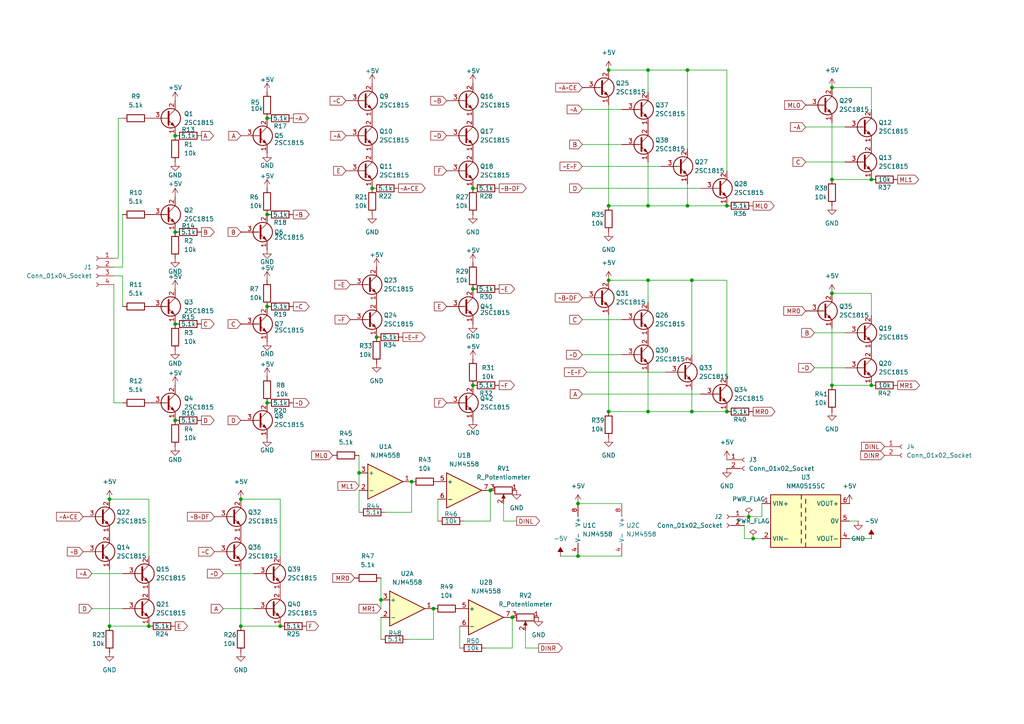
<source format=kicad_sch>
(kicad_sch (version 20231120) (generator "eeschema") (generator_version "8.0")
  (paper "A4")
  (junction (at 125.73 176.53))
  (junction (at 167.64 146.05))
  (junction (at 241.3 111.76))
  (junction (at 110.49 173.99))
  (junction (at 31.75 144.78))
  (junction (at 176.53 20.32))
  (junction (at 241.3 85.09))
  (junction (at 77.47 116.84))
  (junction (at 50.8 39.37))
  (junction (at 77.47 88.9))
  (junction (at 200.66 119.38))
  (junction (at 200.66 81.28))
  (junction (at 137.16 111.76))
  (junction (at 77.47 62.23))
  (junction (at 241.3 25.4))
  (junction (at 167.64 161.29))
  (junction (at 31.75 181.61))
  (junction (at 119.38 139.7))
  (junction (at 187.96 20.32))
  (junction (at 187.96 119.38))
  (junction (at 107.95 54.61))
  (junction (at 218.44 156.21))
  (junction (at 176.53 59.69))
  (junction (at 252.73 52.07))
  (junction (at 187.96 81.28))
  (junction (at 50.8 121.92))
  (junction (at 176.53 81.28))
  (junction (at 210.82 119.38))
  (junction (at 241.3 52.07))
  (junction (at 104.14 137.16))
  (junction (at 199.39 20.32))
  (junction (at 142.24 142.24))
  (junction (at 137.16 54.61))
  (junction (at 199.39 59.69))
  (junction (at 148.59 179.07))
  (junction (at 187.96 59.69))
  (junction (at 176.53 119.38))
  (junction (at 69.85 181.61))
  (junction (at 137.16 83.82))
  (junction (at 252.73 111.76))
  (junction (at 43.18 181.61))
  (junction (at 50.8 93.98))
  (junction (at 77.47 34.29))
  (junction (at 217.17 149.86))
  (junction (at 50.8 67.31))
  (junction (at 69.85 144.78))
  (junction (at 81.28 181.61))
  (junction (at 210.82 59.69))
  (junction (at 109.22 97.79))
  (wire (pts (xy 210.82 81.28) (xy 210.82 109.22)))
  (wire (pts (xy 104.14 132.08) (xy 104.14 137.16)))
  (wire (pts (xy 69.85 181.61) (xy 81.28 181.61)))
  (wire (pts (xy 241.3 95.25) (xy 241.3 111.76)))
  (wire (pts (xy 168.91 102.87) (xy 180.34 102.87)))
  (wire (pts (xy 176.53 91.44) (xy 176.53 119.38)))
  (wire (pts (xy 176.53 59.69) (xy 187.96 59.69)))
  (wire (pts (xy 252.73 85.09) (xy 241.3 85.09)))
  (wire (pts (xy 168.91 41.91) (xy 180.34 41.91)))
  (wire (pts (xy 148.59 187.96) (xy 148.59 179.07)))
  (wire (pts (xy 246.38 151.13) (xy 248.92 151.13)))
  (wire (pts (xy 187.96 59.69) (xy 199.39 59.69)))
  (wire (pts (xy 218.44 156.21) (xy 220.98 156.21)))
  (wire (pts (xy 110.49 167.64) (xy 110.49 173.99)))
  (wire (pts (xy 236.22 96.52) (xy 245.11 96.52)))
  (wire (pts (xy 199.39 59.69) (xy 210.82 59.69)))
  (wire (pts (xy 199.39 20.32) (xy 210.82 20.32)))
  (wire (pts (xy 187.96 81.28) (xy 187.96 87.63)))
  (wire (pts (xy 34.29 34.29) (xy 35.56 34.29)))
  (wire (pts (xy 43.18 144.78) (xy 31.75 144.78)))
  (wire (pts (xy 241.3 35.56) (xy 241.3 52.07)))
  (wire (pts (xy 81.28 144.78) (xy 81.28 161.29)))
  (wire (pts (xy 31.75 181.61) (xy 43.18 181.61)))
  (wire (pts (xy 134.62 151.13) (xy 142.24 151.13)))
  (wire (pts (xy 110.49 173.99) (xy 110.49 176.53)))
  (wire (pts (xy 81.28 144.78) (xy 69.85 144.78)))
  (wire (pts (xy 233.68 46.99) (xy 245.11 46.99)))
  (wire (pts (xy 69.85 165.1) (xy 69.85 181.61)))
  (wire (pts (xy 31.75 165.1) (xy 31.75 181.61)))
  (wire (pts (xy 34.29 74.93) (xy 33.02 74.93)))
  (wire (pts (xy 127 144.78) (xy 127 151.13)))
  (wire (pts (xy 43.18 144.78) (xy 43.18 161.29)))
  (wire (pts (xy 176.53 119.38) (xy 187.96 119.38)))
  (wire (pts (xy 33.02 82.55) (xy 33.02 116.84)))
  (wire (pts (xy 168.91 48.26) (xy 191.77 48.26)))
  (wire (pts (xy 118.11 185.42) (xy 125.73 185.42)))
  (wire (pts (xy 200.66 113.03) (xy 200.66 119.38)))
  (wire (pts (xy 34.29 34.29) (xy 34.29 74.93)))
  (wire (pts (xy 26.67 166.37) (xy 35.56 166.37)))
  (wire (pts (xy 35.56 62.23) (xy 35.56 77.47)))
  (wire (pts (xy 252.73 31.75) (xy 252.73 25.4)))
  (wire (pts (xy 167.64 146.05) (xy 180.34 146.05)))
  (wire (pts (xy 125.73 185.42) (xy 125.73 176.53)))
  (wire (pts (xy 149.86 151.13) (xy 146.05 151.13)))
  (wire (pts (xy 176.53 81.28) (xy 187.96 81.28)))
  (wire (pts (xy 241.3 111.76) (xy 252.73 111.76)))
  (wire (pts (xy 176.53 20.32) (xy 187.96 20.32)))
  (wire (pts (xy 252.73 156.21) (xy 246.38 156.21)))
  (wire (pts (xy 168.91 92.71) (xy 180.34 92.71)))
  (wire (pts (xy 187.96 107.95) (xy 187.96 119.38)))
  (wire (pts (xy 140.97 187.96) (xy 148.59 187.96)))
  (wire (pts (xy 35.56 80.01) (xy 35.56 88.9)))
  (wire (pts (xy 111.76 148.59) (xy 119.38 148.59)))
  (wire (pts (xy 220.98 149.86) (xy 220.98 146.05)))
  (wire (pts (xy 133.35 181.61) (xy 133.35 187.96)))
  (wire (pts (xy 104.14 142.24) (xy 104.14 148.59)))
  (wire (pts (xy 162.56 161.29) (xy 167.64 161.29)))
  (wire (pts (xy 215.9 149.86) (xy 217.17 149.86)))
  (wire (pts (xy 152.4 182.88) (xy 152.4 187.96)))
  (wire (pts (xy 187.96 20.32) (xy 199.39 20.32)))
  (wire (pts (xy 168.91 31.75) (xy 180.34 31.75)))
  (wire (pts (xy 200.66 81.28) (xy 200.66 102.87)))
  (wire (pts (xy 33.02 116.84) (xy 35.56 116.84)))
  (wire (pts (xy 252.73 91.44) (xy 252.73 85.09)))
  (wire (pts (xy 146.05 151.13) (xy 146.05 146.05)))
  (wire (pts (xy 176.53 30.48) (xy 176.53 59.69)))
  (wire (pts (xy 187.96 81.28) (xy 200.66 81.28)))
  (wire (pts (xy 33.02 80.01) (xy 35.56 80.01)))
  (wire (pts (xy 168.91 54.61) (xy 203.2 54.61)))
  (wire (pts (xy 119.38 148.59) (xy 119.38 139.7)))
  (wire (pts (xy 215.9 156.21) (xy 218.44 156.21)))
  (wire (pts (xy 170.18 107.95) (xy 193.04 107.95)))
  (wire (pts (xy 236.22 106.68) (xy 245.11 106.68)))
  (wire (pts (xy 142.24 151.13) (xy 142.24 142.24)))
  (wire (pts (xy 167.64 161.29) (xy 180.34 161.29)))
  (wire (pts (xy 152.4 187.96) (xy 156.21 187.96)))
  (wire (pts (xy 168.91 114.3) (xy 203.2 114.3)))
  (wire (pts (xy 110.49 179.07) (xy 110.49 185.42)))
  (wire (pts (xy 199.39 20.32) (xy 199.39 43.18)))
  (wire (pts (xy 33.02 77.47) (xy 35.56 77.47)))
  (wire (pts (xy 104.14 140.97) (xy 104.14 137.16)))
  (wire (pts (xy 217.17 149.86) (xy 220.98 149.86)))
  (wire (pts (xy 187.96 119.38) (xy 200.66 119.38)))
  (wire (pts (xy 215.9 152.4) (xy 215.9 156.21)))
  (wire (pts (xy 199.39 53.34) (xy 199.39 59.69)))
  (wire (pts (xy 187.96 46.99) (xy 187.96 59.69)))
  (wire (pts (xy 64.77 176.53) (xy 73.66 176.53)))
  (wire (pts (xy 252.73 25.4) (xy 241.3 25.4)))
  (wire (pts (xy 200.66 119.38) (xy 210.82 119.38)))
  (wire (pts (xy 210.82 20.32) (xy 210.82 49.53)))
  (wire (pts (xy 26.67 176.53) (xy 35.56 176.53)))
  (wire (pts (xy 64.77 166.37) (xy 73.66 166.37)))
  (wire (pts (xy 187.96 20.32) (xy 187.96 26.67)))
  (wire (pts (xy 233.68 36.83) (xy 245.11 36.83)))
  (wire (pts (xy 200.66 81.28) (xy 210.82 81.28)))
  (wire (pts (xy 241.3 52.07) (xy 252.73 52.07)))
  (global_label "MR0" (shape input) (at 233.68 90.17 180) (property "Intersheetrefs" "${INTERSHEET_REFS}" (effects (hide yes))))
  (global_label "~B~DF" (shape output) (at 144.78 54.61 0) (property "Intersheetrefs" "${INTERSHEET_REFS}" (effects (hide yes))))
  (global_label "F" (shape output) (at 88.9 181.61 0) (property "Intersheetrefs" "${INTERSHEET_REFS}" (effects (hide yes))))
  (global_label "B" (shape output) (at 58.42 67.31 0) (property "Intersheetrefs" "${INTERSHEET_REFS}" (effects (hide yes))))
  (global_label "F" (shape input) (at 129.54 116.84 180) (property "Intersheetrefs" "${INTERSHEET_REFS}" (effects (hide yes))))
  (global_label "~A~CE" (shape output) (at 115.57 54.61 0) (property "Intersheetrefs" "${INTERSHEET_REFS}" (effects (hide yes))))
  (global_label "D" (shape input) (at 69.85 121.92 180) (property "Intersheetrefs" "${INTERSHEET_REFS}" (effects (hide yes))))
  (global_label "~A~CE" (shape input) (at 24.13 149.86 180) (property "Intersheetrefs" "${INTERSHEET_REFS}" (effects (hide yes))))
  (global_label "MR0" (shape output) (at 218.44 119.38 0) (property "Intersheetrefs" "${INTERSHEET_REFS}" (effects (hide yes))))
  (global_label "~B" (shape output) (at 85.09 62.23 0) (property "Intersheetrefs" "${INTERSHEET_REFS}" (effects (hide yes))))
  (global_label "DINL" (shape output) (at 149.86 151.13 0) (property "Intersheetrefs" "${INTERSHEET_REFS}" (effects (hide yes))))
  (global_label "~A" (shape input) (at 168.91 31.75 180) (property "Intersheetrefs" "${INTERSHEET_REFS}" (effects (hide yes))))
  (global_label "~A~CE" (shape input) (at 168.91 25.4 180) (property "Intersheetrefs" "${INTERSHEET_REFS}" (effects (hide yes))))
  (global_label "~A" (shape input) (at 233.68 36.83 180) (property "Intersheetrefs" "${INTERSHEET_REFS}" (effects (hide yes))))
  (global_label "ML1" (shape input) (at 104.14 140.97 180) (property "Intersheetrefs" "${INTERSHEET_REFS}" (effects (hide yes))))
  (global_label "~E" (shape output) (at 144.78 83.82 0) (property "Intersheetrefs" "${INTERSHEET_REFS}" (effects (hide yes))))
  (global_label "~D" (shape output) (at 85.09 116.84 0) (property "Intersheetrefs" "${INTERSHEET_REFS}" (effects (hide yes))))
  (global_label "ML1" (shape output) (at 260.35 52.07 0) (property "Intersheetrefs" "${INTERSHEET_REFS}" (effects (hide yes))))
  (global_label "~B" (shape input) (at 24.13 160.02 180) (property "Intersheetrefs" "${INTERSHEET_REFS}" (effects (hide yes))))
  (global_label "~A" (shape input) (at 100.33 39.37 180) (property "Intersheetrefs" "${INTERSHEET_REFS}" (effects (hide yes))))
  (global_label "ML0" (shape output) (at 218.44 59.69 0) (property "Intersheetrefs" "${INTERSHEET_REFS}" (effects (hide yes))))
  (global_label "D" (shape input) (at 168.91 54.61 180) (property "Intersheetrefs" "${INTERSHEET_REFS}" (effects (hide yes))))
  (global_label "~C" (shape input) (at 100.33 29.21 180) (property "Intersheetrefs" "${INTERSHEET_REFS}" (effects (hide yes))))
  (global_label "MR1" (shape input) (at 110.49 176.53 180) (property "Intersheetrefs" "${INTERSHEET_REFS}" (effects (hide yes))))
  (global_label "~D" (shape input) (at 64.77 166.37 180) (property "Intersheetrefs" "${INTERSHEET_REFS}" (effects (hide yes))))
  (global_label "~E~F" (shape output) (at 116.84 97.79 0) (property "Intersheetrefs" "${INTERSHEET_REFS}" (effects (hide yes))))
  (global_label "A" (shape input) (at 168.91 114.3 180) (property "Intersheetrefs" "${INTERSHEET_REFS}" (effects (hide yes))))
  (global_label "~C" (shape output) (at 85.09 88.9 0) (property "Intersheetrefs" "${INTERSHEET_REFS}" (effects (hide yes))))
  (global_label "C" (shape input) (at 168.91 92.71 180) (property "Intersheetrefs" "${INTERSHEET_REFS}" (effects (hide yes))))
  (global_label "~E~F" (shape input) (at 168.91 48.26 180) (property "Intersheetrefs" "${INTERSHEET_REFS}" (effects (hide yes))))
  (global_label "C" (shape input) (at 69.85 93.98 180) (property "Intersheetrefs" "${INTERSHEET_REFS}" (effects (hide yes))))
  (global_label "~E" (shape input) (at 101.6 82.55 180) (property "Intersheetrefs" "${INTERSHEET_REFS}" (effects (hide yes))))
  (global_label "B" (shape input) (at 69.85 67.31 180) (property "Intersheetrefs" "${INTERSHEET_REFS}" (effects (hide yes))))
  (global_label "MR0" (shape input) (at 102.87 167.64 180) (property "Intersheetrefs" "${INTERSHEET_REFS}" (effects (hide yes))))
  (global_label "~A" (shape output) (at 85.09 34.29 0) (property "Intersheetrefs" "${INTERSHEET_REFS}" (effects (hide yes))))
  (global_label "~B" (shape input) (at 129.54 29.21 180) (property "Intersheetrefs" "${INTERSHEET_REFS}" (effects (hide yes))))
  (global_label "~D" (shape input) (at 168.91 102.87 180) (property "Intersheetrefs" "${INTERSHEET_REFS}" (effects (hide yes))))
  (global_label "DINR" (shape output) (at 156.21 187.96 0) (property "Intersheetrefs" "${INTERSHEET_REFS}" (effects (hide yes))))
  (global_label "E" (shape input) (at 129.54 88.9 180) (property "Intersheetrefs" "${INTERSHEET_REFS}" (effects (hide yes))))
  (global_label "~B~DF" (shape input) (at 168.91 86.36 180) (property "Intersheetrefs" "${INTERSHEET_REFS}" (effects (hide yes))))
  (global_label "A" (shape input) (at 69.85 39.37 180) (property "Intersheetrefs" "${INTERSHEET_REFS}" (effects (hide yes))))
  (global_label "~F" (shape output) (at 144.78 111.76 0) (property "Intersheetrefs" "${INTERSHEET_REFS}" (effects (hide yes))))
  (global_label "A" (shape output) (at 58.42 39.37 0) (property "Intersheetrefs" "${INTERSHEET_REFS}" (effects (hide yes))))
  (global_label "~C" (shape input) (at 62.23 160.02 180) (property "Intersheetrefs" "${INTERSHEET_REFS}" (effects (hide yes))))
  (global_label "~B~DF" (shape input) (at 62.23 149.86 180) (property "Intersheetrefs" "${INTERSHEET_REFS}" (effects (hide yes))))
  (global_label "B" (shape input) (at 168.91 41.91 180) (property "Intersheetrefs" "${INTERSHEET_REFS}" (effects (hide yes))))
  (global_label "DINL" (shape input) (at 256.54 129.54 180) (property "Intersheetrefs" "${INTERSHEET_REFS}" (effects (hide yes))))
  (global_label "MR1" (shape output) (at 260.35 111.76 0) (property "Intersheetrefs" "${INTERSHEET_REFS}" (effects (hide yes))))
  (global_label "B" (shape input) (at 236.22 96.52 180) (property "Intersheetrefs" "${INTERSHEET_REFS}" (effects (hide yes))))
  (global_label "E" (shape input) (at 100.33 49.53 180) (property "Intersheetrefs" "${INTERSHEET_REFS}" (effects (hide yes))))
  (global_label "~F" (shape input) (at 101.6 92.71 180) (property "Intersheetrefs" "${INTERSHEET_REFS}" (effects (hide yes))))
  (global_label "~E~F" (shape input) (at 170.18 107.95 180) (property "Intersheetrefs" "${INTERSHEET_REFS}" (effects (hide yes))))
  (global_label "ML0" (shape input) (at 96.52 132.08 180) (property "Intersheetrefs" "${INTERSHEET_REFS}" (effects (hide yes))))
  (global_label "~A" (shape input) (at 26.67 166.37 180) (property "Intersheetrefs" "${INTERSHEET_REFS}" (effects (hide yes))))
  (global_label "C" (shape output) (at 58.42 93.98 0) (property "Intersheetrefs" "${INTERSHEET_REFS}" (effects (hide yes))))
  (global_label "C" (shape input) (at 233.68 46.99 180) (property "Intersheetrefs" "${INTERSHEET_REFS}" (effects (hide yes))))
  (global_label "D" (shape input) (at 26.67 176.53 180) (property "Intersheetrefs" "${INTERSHEET_REFS}" (effects (hide yes))))
  (global_label "~D" (shape input) (at 129.54 39.37 180) (property "Intersheetrefs" "${INTERSHEET_REFS}" (effects (hide yes))))
  (global_label "A" (shape input) (at 64.77 176.53 180) (property "Intersheetrefs" "${INTERSHEET_REFS}" (effects (hide yes))))
  (global_label "D" (shape output) (at 58.42 121.92 0) (property "Intersheetrefs" "${INTERSHEET_REFS}" (effects (hide yes))))
  (global_label "E" (shape output) (at 50.8 181.61 0) (property "Intersheetrefs" "${INTERSHEET_REFS}" (effects (hide yes))))
  (global_label "F" (shape input) (at 129.54 49.53 180) (property "Intersheetrefs" "${INTERSHEET_REFS}" (effects (hide yes))))
  (global_label "DINR" (shape input) (at 256.54 132.08 180) (property "Intersheetrefs" "${INTERSHEET_REFS}" (effects (hide yes))))
  (global_label "~D" (shape input) (at 236.22 106.68 180) (property "Intersheetrefs" "${INTERSHEET_REFS}" (effects (hide yes))))
  (global_label "ML0" (shape input) (at 233.68 30.48 180) (property "Intersheetrefs" "${INTERSHEET_REFS}" (effects (hide yes))))
  (symbol (lib_id "Connector:Conn_01x02_Socket") (at 261.62 129.54 0) (unit 1)
    (property "Reference" "J4" (at 262.89 129.5399 0) (effects (justify left)))
    (property "Value" "Conn_01x02_Socket" (at 262.89 132.0799 0) (effects (justify left)))
    (property "Footprint" "Connector_PinSocket_2.54mm:PinSocket_1x02_P2.54mm_Vertical" (effects (hide yes)))
    (property "Description" "Generic connector, single row, 01x02, script generated" (effects (hide yes)))
  )
  (symbol (lib_id "Transistor_BJT:2SC1815") (at 198.12 107.95 0) (unit 1)
    (property "Reference" "Q33" (at 202.692 106.68 0) (effects (justify left)))
    (property "Value" "2SC1815" (at 202.692 109.22 0) (effects (justify left)))
    (property "Footprint" "Package_TO_SOT_THT:TO-92_Inline_Wide" (effects (hide yes)))
    (property "Datasheet" "https://media.digikey.com/pdf/Data%20Sheets/Toshiba%20PDFs/2SC1815.pdf" (effects (hide yes)))
    (property "Description" "0.15A Ic, 50V Vce, Low Noise Audio NPN Transistor, TO-92" (effects (hide yes)))
  )
  (symbol (lib_id "Device:R") (at 81.28 34.29 270) (unit 1)
    (property "Reference" "R17" (at 81.28 36.576 90))
    (property "Value" "5.1k" (at 81.28 34.29 90))
    (property "Footprint" "Resistor_THT:R_Axial_DIN0204_L3.6mm_D1.6mm_P5.08mm_Horizontal" (effects (hide yes)))
    (property "Description" "Resistor" (effects (hide yes)))
  )
  (symbol (lib_id "Device:R") (at 140.97 83.82 270) (unit 1)
    (property "Reference" "R30" (at 140.97 86.106 90))
    (property "Value" "5.1k" (at 140.97 83.82 90))
    (property "Footprint" "Resistor_THT:R_Axial_DIN0204_L3.6mm_D1.6mm_P5.08mm_Horizontal" (effects (hide yes)))
    (property "Description" "Resistor" (effects (hide yes)))
  )
  (symbol (lib_id "power:GND") (at 241.3 59.69 0) (unit 1)
    (property "Reference" "#PWR034" (effects (hide yes)))
    (property "Value" "GND" (at 241.3 64.77 0))
    (property "Description" "Power symbol creates a global label with name \"GND\" , ground" (effects (hide yes)))
  )
  (symbol (lib_id "Device:R") (at 50.8 43.18 0) (unit 1)
    (property "Reference" "R1" (at 53.34 41.9099 0) (effects (justify left)))
    (property "Value" "10k" (at 53.34 44.4499 0) (effects (justify left)))
    (property "Footprint" "Resistor_THT:R_Axial_DIN0204_L3.6mm_D1.6mm_P5.08mm_Horizontal" (effects (hide yes)))
    (property "Description" "Resistor" (effects (hide yes)))
  )
  (symbol (lib_id "Device:R") (at 54.61 39.37 270) (unit 1)
    (property "Reference" "R13" (at 54.61 37.592 90))
    (property "Value" "5.1k" (at 54.61 39.37 90))
    (property "Footprint" "Resistor_THT:R_Axial_DIN0204_L3.6mm_D1.6mm_P5.08mm_Horizontal" (effects (hide yes)))
    (property "Description" "Resistor" (effects (hide yes)))
  )
  (symbol (lib_id "Device:R") (at 54.61 93.98 270) (unit 1)
    (property "Reference" "R15" (at 54.61 91.948 90))
    (property "Value" "5.1k" (at 54.61 93.98 90))
    (property "Footprint" "Resistor_THT:R_Axial_DIN0204_L3.6mm_D1.6mm_P5.08mm_Horizontal" (effects (hide yes)))
    (property "Description" "Resistor" (effects (hide yes)))
  )
  (symbol (lib_id "Transistor_BJT:2SC1815") (at 48.26 116.84 0) (unit 1)
    (property "Reference" "Q4" (at 53.34 115.5699 0) (effects (justify left)))
    (property "Value" "2SC1815" (at 53.34 118.1099 0) (effects (justify left)))
    (property "Footprint" "Package_TO_SOT_THT:TO-92_Inline_Wide" (effects (hide yes)))
    (property "Datasheet" "https://media.digikey.com/pdf/Data%20Sheets/Toshiba%20PDFs/2SC1815.pdf" (effects (hide yes)))
    (property "Description" "0.15A Ic, 50V Vce, Low Noise Audio NPN Transistor, TO-92" (effects (hide yes)))
  )
  (symbol (lib_id "power:+5V") (at 137.16 76.2 0) (unit 1)
    (property "Reference" "#PWR025" (effects (hide yes)))
    (property "Value" "+5V" (at 137.16 72.644 0))
    (property "Description" "Power symbol creates a global label with name \"+5V\"" (effects (hide yes)))
  )
  (symbol (lib_id "Transistor_BJT:2SC1815") (at 134.62 88.9 0) (unit 1)
    (property "Reference" "Q41" (at 139.192 88.9 0) (effects (justify left)))
    (property "Value" "2SC1815" (at 139.192 90.678 0) (effects (justify left)))
    (property "Footprint" "Package_TO_SOT_THT:TO-92_Inline_Wide" (effects (hide yes)))
    (property "Datasheet" "https://media.digikey.com/pdf/Data%20Sheets/Toshiba%20PDFs/2SC1815.pdf" (effects (hide yes)))
    (property "Description" "0.15A Ic, 50V Vce, Low Noise Audio NPN Transistor, TO-92" (effects (hide yes)))
  )
  (symbol (lib_id "Device:R") (at 39.37 88.9 270) (unit 1)
    (property "Reference" "R11" (at 39.37 82.55 90))
    (property "Value" "5.1k" (at 39.37 85.09 90))
    (property "Footprint" "Resistor_THT:R_Axial_DIN0204_L3.6mm_D1.6mm_P5.08mm_Horizontal" (effects (hide yes)))
    (property "Description" "Resistor" (effects (hide yes)))
  )
  (symbol (lib_id "power:+5V") (at 241.3 25.4 0) (unit 1)
    (property "Reference" "#PWR033" (effects (hide yes)))
    (property "Value" "+5V" (at 241.3 20.32 0))
    (property "Description" "Power symbol creates a global label with name \"+5V\"" (effects (hide yes)))
  )
  (symbol (lib_id "Transistor_BJT:2SC1815") (at 106.68 82.55 0) (unit 1)
    (property "Reference" "Q23" (at 111.252 81.28 0) (effects (justify left)))
    (property "Value" "2SC1815" (at 111.252 83.82 0) (effects (justify left)))
    (property "Footprint" "Package_TO_SOT_THT:TO-92_Inline_Wide" (effects (hide yes)))
    (property "Datasheet" "https://media.digikey.com/pdf/Data%20Sheets/Toshiba%20PDFs/2SC1815.pdf" (effects (hide yes)))
    (property "Description" "0.15A Ic, 50V Vce, Low Noise Audio NPN Transistor, TO-92" (effects (hide yes)))
  )
  (symbol (lib_id "Connector:Conn_01x02_Socket") (at 215.9 133.35 0) (unit 1)
    (property "Reference" "J3" (at 217.17 133.3499 0) (effects (justify left)))
    (property "Value" "Conn_01x02_Socket" (at 217.17 135.8899 0) (effects (justify left)))
    (property "Footprint" "Connector_PinSocket_2.54mm:PinSocket_1x02_P2.54mm_Vertical" (effects (hide yes)))
    (property "Description" "Generic connector, single row, 01x02, script generated" (effects (hide yes)))
  )
  (symbol (lib_id "Transistor_BJT:2SC1815") (at 67.31 160.02 0) (unit 1)
    (property "Reference" "Q36" (at 71.882 158.75 0) (effects (justify left)))
    (property "Value" "2SC1815" (at 71.882 161.29 0) (effects (justify left)))
    (property "Footprint" "Package_TO_SOT_THT:TO-92_Inline_Wide" (effects (hide yes)))
    (property "Datasheet" "https://media.digikey.com/pdf/Data%20Sheets/Toshiba%20PDFs/2SC1815.pdf" (effects (hide yes)))
    (property "Description" "0.15A Ic, 50V Vce, Low Noise Audio NPN Transistor, TO-92" (effects (hide yes)))
  )
  (symbol (lib_id "Device:R") (at 256.54 111.76 270) (unit 1)
    (property "Reference" "R42" (at 256.54 114.046 90))
    (property "Value" "10k" (at 256.54 111.76 90))
    (property "Footprint" "Resistor_THT:R_Axial_DIN0204_L3.6mm_D1.6mm_P5.08mm_Horizontal" (effects (hide yes)))
    (property "Description" "Resistor" (effects (hide yes)))
  )
  (symbol (lib_id "power:+5V") (at 69.85 144.78 0) (unit 1)
    (property "Reference" "#PWR021" (effects (hide yes)))
    (property "Value" "+5V" (at 69.85 139.7 0))
    (property "Description" "Power symbol creates a global label with name \"+5V\"" (effects (hide yes)))
  )
  (symbol (lib_id "Transistor_BJT:2SC1815") (at 134.62 116.84 0) (unit 1)
    (property "Reference" "Q42" (at 139.192 115.57 0) (effects (justify left)))
    (property "Value" "2SC1815" (at 139.192 118.11 0) (effects (justify left)))
    (property "Footprint" "Package_TO_SOT_THT:TO-92_Inline_Wide" (effects (hide yes)))
    (property "Datasheet" "https://media.digikey.com/pdf/Data%20Sheets/Toshiba%20PDFs/2SC1815.pdf" (effects (hide yes)))
    (property "Description" "0.15A Ic, 50V Vce, Low Noise Audio NPN Transistor, TO-92" (effects (hide yes)))
  )
  (symbol (lib_id "Device:R") (at 130.81 151.13 270) (unit 1)
    (property "Reference" "R46" (at 130.81 149.098 90))
    (property "Value" "10k" (at 130.81 151.13 90))
    (property "Footprint" "Resistor_THT:R_Axial_DIN0204_L3.6mm_D1.6mm_P5.08mm_Horizontal" (effects (hide yes)))
    (property "Description" "Resistor" (effects (hide yes)))
  )
  (symbol (lib_id "Transistor_BJT:2SC1815") (at 173.99 25.4 0) (unit 1)
    (property "Reference" "Q25" (at 178.562 24.13 0) (effects (justify left)))
    (property "Value" "2SC1815" (at 178.562 26.67 0) (effects (justify left)))
    (property "Footprint" "Package_TO_SOT_THT:TO-92_Inline_Wide" (effects (hide yes)))
    (property "Datasheet" "https://media.digikey.com/pdf/Data%20Sheets/Toshiba%20PDFs/2SC1815.pdf" (effects (hide yes)))
    (property "Description" "0.15A Ic, 50V Vce, Low Noise Audio NPN Transistor, TO-92" (effects (hide yes)))
  )
  (symbol (lib_id "Transistor_BJT:2SC1815") (at 78.74 176.53 0) (unit 1)
    (property "Reference" "Q40" (at 83.312 175.26 0) (effects (justify left)))
    (property "Value" "2SC1815" (at 83.312 177.8 0) (effects (justify left)))
    (property "Footprint" "Package_TO_SOT_THT:TO-92_Inline_Wide" (effects (hide yes)))
    (property "Datasheet" "https://media.digikey.com/pdf/Data%20Sheets/Toshiba%20PDFs/2SC1815.pdf" (effects (hide yes)))
    (property "Description" "0.15A Ic, 50V Vce, Low Noise Audio NPN Transistor, TO-92" (effects (hide yes)))
  )
  (symbol (lib_id "Transistor_BJT:2SC1815") (at 250.19 106.68 0) (unit 1)
    (property "Reference" "Q20" (at 254.762 105.41 0) (effects (justify left)))
    (property "Value" "2SC1815" (at 254.762 107.95 0) (effects (justify left)))
    (property "Footprint" "Package_TO_SOT_THT:TO-92_Inline_Wide" (effects (hide yes)))
    (property "Datasheet" "https://media.digikey.com/pdf/Data%20Sheets/Toshiba%20PDFs/2SC1815.pdf" (effects (hide yes)))
    (property "Description" "0.15A Ic, 50V Vce, Low Noise Audio NPN Transistor, TO-92" (effects (hide yes)))
  )
  (symbol (lib_id "power:+5V") (at 176.53 81.28 0) (unit 1)
    (property "Reference" "#PWR035" (effects (hide yes)))
    (property "Value" "+5V" (at 176.53 76.2 0))
    (property "Description" "Power symbol creates a global label with name \"+5V\"" (effects (hide yes)))
  )
  (symbol (lib_id "power:-5V") (at 162.56 161.29 0) (unit 1)
    (property "Reference" "#PWR042" (effects (hide yes)))
    (property "Value" "-5V" (at 162.56 156.21 0))
    (property "Description" "Power symbol creates a global label with name \"-5V\"" (effects (hide yes)))
  )
  (symbol (lib_id "Device:R") (at 140.97 111.76 270) (unit 1)
    (property "Reference" "R32" (at 140.97 114.046 90))
    (property "Value" "5.1k" (at 140.97 111.76 90))
    (property "Footprint" "Resistor_THT:R_Axial_DIN0204_L3.6mm_D1.6mm_P5.08mm_Horizontal" (effects (hide yes)))
    (property "Description" "Resistor" (effects (hide yes)))
  )
  (symbol (lib_id "power:GND") (at 50.8 74.93 0) (unit 1)
    (property "Reference" "#PWR06" (effects (hide yes)))
    (property "Value" "GND" (at 50.8 78.74 0))
    (property "Description" "Power symbol creates a global label with name \"GND\" , ground" (effects (hide yes)))
  )
  (symbol (lib_id "power:GND") (at 241.3 119.38 0) (unit 1)
    (property "Reference" "#PWR038" (effects (hide yes)))
    (property "Value" "GND" (at 241.3 124.46 0))
    (property "Description" "Power symbol creates a global label with name \"GND\" , ground" (effects (hide yes)))
  )
  (symbol (lib_id "power:GND") (at 50.8 129.54 0) (unit 1)
    (property "Reference" "#PWR08" (effects (hide yes)))
    (property "Value" "GND" (at 50.8 133.35 0))
    (property "Description" "Power symbol creates a global label with name \"GND\" , ground" (effects (hide yes)))
  )
  (symbol (lib_id "power:GND") (at 176.53 127 0) (unit 1)
    (property "Reference" "#PWR036" (effects (hide yes)))
    (property "Value" "GND" (at 176.53 132.08 0))
    (property "Description" "Power symbol creates a global label with name \"GND\" , ground" (effects (hide yes)))
  )
  (symbol (lib_id "Device:R") (at 39.37 34.29 270) (unit 1)
    (property "Reference" "R9" (at 39.37 27.94 90))
    (property "Value" "5.1k" (at 39.37 30.48 90))
    (property "Footprint" "Resistor_THT:R_Axial_DIN0204_L3.6mm_D1.6mm_P5.08mm_Horizontal" (effects (hide yes)))
    (property "Description" "Resistor" (effects (hide yes)))
  )
  (symbol (lib_id "power:+5V") (at 50.8 29.21 0) (unit 1)
    (property "Reference" "#PWR02" (effects (hide yes)))
    (property "Value" "+5V" (at 50.8 25.4 0))
    (property "Description" "Power symbol creates a global label with name \"+5V\"" (effects (hide yes)))
  )
  (symbol (lib_id "Transistor_BJT:2SC1815") (at 48.26 88.9 0) (unit 1)
    (property "Reference" "Q3" (at 53.34 87.6299 0) (effects (justify left)))
    (property "Value" "2SC1815" (at 53.34 90.1699 0) (effects (justify left)))
    (property "Footprint" "Package_TO_SOT_THT:TO-92_Inline_Wide" (effects (hide yes)))
    (property "Datasheet" "https://media.digikey.com/pdf/Data%20Sheets/Toshiba%20PDFs/2SC1815.pdf" (effects (hide yes)))
    (property "Description" "0.15A Ic, 50V Vce, Low Noise Audio NPN Transistor, TO-92" (effects (hide yes)))
  )
  (symbol (lib_id "power:GND") (at 109.22 105.41 0) (unit 1)
    (property "Reference" "#PWR030" (effects (hide yes)))
    (property "Value" "GND" (at 109.22 110.49 0))
    (property "Description" "Power symbol creates a global label with name \"GND\" , ground" (effects (hide yes)))
  )
  (symbol (lib_id "power:+5V") (at 210.82 133.35 0) (unit 1)
    (property "Reference" "#PWR046" (effects (hide yes)))
    (property "Value" "+5V" (at 210.82 128.27 0))
    (property "Description" "Power symbol creates a global label with name \"+5V\"" (effects (hide yes)))
  )
  (symbol (lib_id "Device:R") (at 77.47 58.42 0) (unit 1)
    (property "Reference" "R6" (at 72.39 57.15 0) (effects (justify left)))
    (property "Value" "10k" (at 72.39 59.69 0) (effects (justify left)))
    (property "Footprint" "Resistor_THT:R_Axial_DIN0204_L3.6mm_D1.6mm_P5.08mm_Horizontal" (effects (hide yes)))
    (property "Description" "Resistor" (effects (hide yes)))
  )
  (symbol (lib_id "Device:R") (at 109.22 101.6 0) (unit 1)
    (property "Reference" "R33" (at 104.14 100.33 0) (effects (justify left)))
    (property "Value" "10k" (at 104.14 102.87 0) (effects (justify left)))
    (property "Footprint" "Resistor_THT:R_Axial_DIN0204_L3.6mm_D1.6mm_P5.08mm_Horizontal" (effects (hide yes)))
    (property "Description" "Resistor" (effects (hide yes)))
  )
  (symbol (lib_id "power:GND") (at 77.47 127 0) (unit 1)
    (property "Reference" "#PWR016" (effects (hide yes)))
    (property "Value" "GND" (at 77.47 130.556 0))
    (property "Description" "Power symbol creates a global label with name \"GND\" , ground" (effects (hide yes)))
  )
  (symbol (lib_id "Device:R") (at 81.28 62.23 270) (unit 1)
    (property "Reference" "R18" (at 81.28 64.516 90))
    (property "Value" "5.1k" (at 81.28 62.23 90))
    (property "Footprint" "Resistor_THT:R_Axial_DIN0204_L3.6mm_D1.6mm_P5.08mm_Horizontal" (effects (hide yes)))
    (property "Description" "Resistor" (effects (hide yes)))
  )
  (symbol (lib_id "power:+5V") (at 107.95 24.13 0) (unit 1)
    (property "Reference" "#PWR017" (effects (hide yes)))
    (property "Value" "+5V" (at 107.95 20.574 0))
    (property "Description" "Power symbol creates a global label with name \"+5V\"" (effects (hide yes)))
  )
  (symbol (lib_id "Device:R") (at 54.61 67.31 270) (unit 1)
    (property "Reference" "R14" (at 54.61 65.532 90))
    (property "Value" "5.1k" (at 54.61 67.31 90))
    (property "Footprint" "Resistor_THT:R_Axial_DIN0204_L3.6mm_D1.6mm_P5.08mm_Horizontal" (effects (hide yes)))
    (property "Description" "Resistor" (effects (hide yes)))
  )
  (symbol (lib_id "Device:R") (at 107.95 58.42 0) (unit 1)
    (property "Reference" "R21" (at 102.87 57.15 0) (effects (justify left)))
    (property "Value" "10k" (at 102.87 59.69 0) (effects (justify left)))
    (property "Footprint" "Resistor_THT:R_Axial_DIN0204_L3.6mm_D1.6mm_P5.08mm_Horizontal" (effects (hide yes)))
    (property "Description" "Resistor" (effects (hide yes)))
  )
  (symbol (lib_id "Connector:Conn_01x02_Socket") (at 210.82 149.86 0) (mirror y) (unit 1)
    (property "Reference" "J2" (at 209.55 149.8599 0) (effects (justify left)))
    (property "Value" "Conn_01x02_Socket" (at 209.55 152.3999 0) (effects (justify left)))
    (property "Footprint" "Connector_PinSocket_2.54mm:PinSocket_1x02_P2.54mm_Vertical" (effects (hide yes)))
    (property "Description" "Generic connector, single row, 01x02, script generated" (effects (hide yes)))
  )
  (symbol (lib_id "Transistor_BJT:2SC1815") (at 185.42 31.75 0) (unit 1)
    (property "Reference" "Q37" (at 189.992 30.48 0) (effects (justify left)))
    (property "Value" "2SC1815" (at 189.992 33.02 0) (effects (justify left)))
    (property "Footprint" "Package_TO_SOT_THT:TO-92_Inline_Wide" (effects (hide yes)))
    (property "Datasheet" "https://media.digikey.com/pdf/Data%20Sheets/Toshiba%20PDFs/2SC1815.pdf" (effects (hide yes)))
    (property "Description" "0.15A Ic, 50V Vce, Low Noise Audio NPN Transistor, TO-92" (effects (hide yes)))
  )
  (symbol (lib_id "Device:R") (at 111.76 54.61 270) (unit 1)
    (property "Reference" "R22" (at 111.76 56.896 90))
    (property "Value" "5.1k" (at 111.76 54.61 90))
    (property "Footprint" "Resistor_THT:R_Axial_DIN0204_L3.6mm_D1.6mm_P5.08mm_Horizontal" (effects (hide yes)))
    (property "Description" "Resistor" (effects (hide yes)))
  )
  (symbol (lib_id "power:+5V") (at 176.53 20.32 0) (unit 1)
    (property "Reference" "#PWR031" (effects (hide yes)))
    (property "Value" "+5V" (at 176.53 15.24 0))
    (property "Description" "Power symbol creates a global label with name \"+5V\"" (effects (hide yes)))
  )
  (symbol (lib_id "power:GND") (at 156.21 179.07 0) (unit 1)
    (property "Reference" "#PWR040" (effects (hide yes)))
    (property "Value" "GND" (at 156.21 184.15 0))
    (property "Description" "Power symbol creates a global label with name \"GND\" , ground" (effects (hide yes)))
  )
  (symbol (lib_id "Transistor_BJT:2SC1815") (at 208.28 54.61 0) (unit 1)
    (property "Reference" "Q28" (at 212.852 53.34 0) (effects (justify left)))
    (property "Value" "2SC1815" (at 212.852 55.88 0) (effects (justify left)))
    (property "Footprint" "Package_TO_SOT_THT:TO-92_Inline_Wide" (effects (hide yes)))
    (property "Datasheet" "https://media.digikey.com/pdf/Data%20Sheets/Toshiba%20PDFs/2SC1815.pdf" (effects (hide yes)))
    (property "Description" "0.15A Ic, 50V Vce, Low Noise Audio NPN Transistor, TO-92" (effects (hide yes)))
  )
  (symbol (lib_id "power:-5V") (at 252.73 156.21 0) (unit 1)
    (property "Reference" "#PWR044" (effects (hide yes)))
    (property "Value" "-5V" (at 252.73 151.13 0))
    (property "Description" "Power symbol creates a global label with name \"-5V\"" (effects (hide yes)))
  )
  (symbol (lib_id "power:+5V") (at 31.75 144.78 0) (unit 1)
    (property "Reference" "#PWR019" (effects (hide yes)))
    (property "Value" "+5V" (at 31.75 139.7 0))
    (property "Description" "Power symbol creates a global label with name \"+5V\"" (effects (hide yes)))
  )
  (symbol (lib_id "Device:R_Potentiometer") (at 146.05 142.24 270) (unit 1)
    (property "Reference" "RV1" (at 146.05 135.89 90))
    (property "Value" "R_Potentiometer" (at 146.05 138.43 90))
    (property "Footprint" "Potentiometer_THT:Potentiometer_Bourns_3296X_Horizontal" (effects (hide yes)))
    (property "Description" "Potentiometer" (effects (hide yes)))
  )
  (symbol (lib_id "power:GND") (at 77.47 72.39 0) (unit 1)
    (property "Reference" "#PWR012" (effects (hide yes)))
    (property "Value" "GND" (at 77.47 75.946 0))
    (property "Description" "Power symbol creates a global label with name \"GND\" , ground" (effects (hide yes)))
  )
  (symbol (lib_id "Device:R") (at 241.3 115.57 0) (unit 1)
    (property "Reference" "R41" (at 236.22 114.3 0) (effects (justify left)))
    (property "Value" "10k" (at 236.22 116.84 0) (effects (justify left)))
    (property "Footprint" "Resistor_THT:R_Axial_DIN0204_L3.6mm_D1.6mm_P5.08mm_Horizontal" (effects (hide yes)))
    (property "Description" "Resistor" (effects (hide yes)))
  )
  (symbol (lib_id "Transistor_BJT:2SC1815") (at 105.41 49.53 0) (unit 1)
    (property "Reference" "Q11" (at 109.982 48.26 0) (effects (justify left)))
    (property "Value" "2SC1815" (at 109.982 50.8 0) (effects (justify left)))
    (property "Footprint" "Package_TO_SOT_THT:TO-92_Inline_Wide" (effects (hide yes)))
    (property "Datasheet" "https://media.digikey.com/pdf/Data%20Sheets/Toshiba%20PDFs/2SC1815.pdf" (effects (hide yes)))
    (property "Description" "0.15A Ic, 50V Vce, Low Noise Audio NPN Transistor, TO-92" (effects (hide yes)))
  )
  (symbol (lib_id "power:GND") (at 69.85 189.23 0) (unit 1)
    (property "Reference" "#PWR022" (effects (hide yes)))
    (property "Value" "GND" (at 69.85 194.31 0))
    (property "Description" "Power symbol creates a global label with name \"GND\" , ground" (effects (hide yes)))
  )
  (symbol (lib_id "Device:R_Potentiometer") (at 152.4 179.07 270) (unit 1)
    (property "Reference" "RV2" (at 152.4 172.72 90))
    (property "Value" "R_Potentiometer" (at 152.4 175.26 90))
    (property "Footprint" "Potentiometer_THT:Potentiometer_Bourns_3296X_Horizontal" (effects (hide yes)))
    (property "Description" "Potentiometer" (effects (hide yes)))
  )
  (symbol (lib_id "power:+5V") (at 246.38 146.05 0) (unit 1)
    (property "Reference" "#PWR043" (effects (hide yes)))
    (property "Value" "+5V" (at 246.38 140.97 0))
    (property "Description" "Power symbol creates a global label with name \"+5V\"" (effects (hide yes)))
  )
  (symbol (lib_id "Device:R") (at 113.03 97.79 270) (unit 1)
    (property "Reference" "R34" (at 113.03 100.076 90))
    (property "Value" "5.1k" (at 113.03 97.79 90))
    (property "Footprint" "Resistor_THT:R_Axial_DIN0204_L3.6mm_D1.6mm_P5.08mm_Horizontal" (effects (hide yes)))
    (property "Description" "Resistor" (effects (hide yes)))
  )
  (symbol (lib_id "Device:R") (at 81.28 116.84 270) (unit 1)
    (property "Reference" "R20" (at 81.28 119.126 90))
    (property "Value" "5.1k" (at 81.28 116.84 90))
    (property "Footprint" "Resistor_THT:R_Axial_DIN0204_L3.6mm_D1.6mm_P5.08mm_Horizontal" (effects (hide yes)))
    (property "Description" "Resistor" (effects (hide yes)))
  )
  (symbol (lib_id "Transistor_BJT:2SC1815") (at 48.26 34.29 0) (unit 1)
    (property "Reference" "Q1" (at 53.34 33.0199 0) (effects (justify left)))
    (property "Value" "2SC1815" (at 53.34 35.5599 0) (effects (justify left)))
    (property "Footprint" "Package_TO_SOT_THT:TO-92_Inline_Wide" (effects (hide yes)))
    (property "Datasheet" "https://media.digikey.com/pdf/Data%20Sheets/Toshiba%20PDFs/2SC1815.pdf" (effects (hide yes)))
    (property "Description" "0.15A Ic, 50V Vce, Low Noise Audio NPN Transistor, TO-92" (effects (hide yes)))
  )
  (symbol (lib_id "Device:R") (at 100.33 132.08 270) (unit 1)
    (property "Reference" "R45" (at 100.33 125.73 90))
    (property "Value" "5.1k" (at 100.33 128.27 90))
    (property "Footprint" "Resistor_THT:R_Axial_DIN0204_L3.6mm_D1.6mm_P5.08mm_Horizontal" (effects (hide yes)))
    (property "Description" "Resistor" (effects (hide yes)))
  )
  (symbol (lib_id "power:PWR_FLAG") (at 217.17 149.86 0) (unit 1)
    (property "Reference" "#FLG01" (effects (hide yes)))
    (property "Value" "PWR_FLAG" (at 217.17 144.78 0))
    (property "Description" "Special symbol for telling ERC where power comes from" (effects (hide yes)))
  )
  (symbol (lib_id "power:+5V") (at 167.64 146.05 0) (unit 1)
    (property "Reference" "#PWR041" (effects (hide yes)))
    (property "Value" "+5V" (at 167.64 140.97 0))
    (property "Description" "Power symbol creates a global label with name \"+5V\"" (effects (hide yes)))
  )
  (symbol (lib_id "Device:R") (at 137.16 187.96 270) (unit 1)
    (property "Reference" "R50" (at 137.16 185.928 90))
    (property "Value" "10k" (at 137.16 187.96 90))
    (property "Footprint" "Resistor_THT:R_Axial_DIN0204_L3.6mm_D1.6mm_P5.08mm_Horizontal" (effects (hide yes)))
    (property "Description" "Resistor" (effects (hide yes)))
  )
  (symbol (lib_id "Device:R") (at 114.3 185.42 270) (unit 1)
    (property "Reference" "R48" (at 114.554 183.642 90))
    (property "Value" "5.1k" (at 114.554 185.42 90))
    (property "Footprint" "Resistor_THT:R_Axial_DIN0204_L3.6mm_D1.6mm_P5.08mm_Horizontal" (effects (hide yes)))
    (property "Description" "Resistor" (effects (hide yes)))
  )
  (symbol (lib_id "Device:R") (at 140.97 54.61 270) (unit 1)
    (property "Reference" "R28" (at 140.97 56.896 90))
    (property "Value" "5.1k" (at 140.97 54.61 90))
    (property "Footprint" "Resistor_THT:R_Axial_DIN0204_L3.6mm_D1.6mm_P5.08mm_Horizontal" (effects (hide yes)))
    (property "Description" "Resistor" (effects (hide yes)))
  )
  (symbol (lib_id "power:+5V") (at 77.47 54.61 0) (unit 1)
    (property "Reference" "#PWR011" (effects (hide yes)))
    (property "Value" "+5V" (at 77.47 51.054 0))
    (property "Description" "Power symbol creates a global label with name \"+5V\"" (effects (hide yes)))
  )
  (symbol (lib_id "Device:R") (at 39.37 62.23 270) (unit 1)
    (property "Reference" "R10" (at 39.37 55.88 90))
    (property "Value" "5.1k" (at 39.37 58.42 90))
    (property "Footprint" "Resistor_THT:R_Axial_DIN0204_L3.6mm_D1.6mm_P5.08mm_Horizontal" (effects (hide yes)))
    (property "Description" "Resistor" (effects (hide yes)))
  )
  (symbol (lib_id "Transistor_BJT:2SC1815") (at 185.42 102.87 0) (unit 1)
    (property "Reference" "Q30" (at 189.992 101.6 0) (effects (justify left)))
    (property "Value" "2SC1815" (at 189.992 104.14 0) (effects (justify left)))
    (property "Footprint" "Package_TO_SOT_THT:TO-92_Inline_Wide" (effects (hide yes)))
    (property "Datasheet" "https://media.digikey.com/pdf/Data%20Sheets/Toshiba%20PDFs/2SC1815.pdf" (effects (hide yes)))
    (property "Description" "0.15A Ic, 50V Vce, Low Noise Audio NPN Transistor, TO-92" (effects (hide yes)))
  )
  (symbol (lib_id "Amplifier_Operational:NJM4558") (at 134.62 142.24 0) (unit 2)
    (property "Reference" "U1" (at 134.62 132.08 0))
    (property "Value" "NJM4558" (at 134.62 134.62 0))
    (property "Footprint" "Package_DIP:DIP-8_W7.62mm_Socket" (effects (hide yes)))
    (property "Datasheet" "http://www.njr.com/semicon/PDF/NJM4558_NJM4559_E.pdf" (effects (hide yes)))
    (property "Description" "Dual Operational Amplifier, DIP-8/DMP-8/SIP-8/SOP-8/SSOP-8" (effects (hide yes)))
  )
  (symbol (lib_id "Device:R") (at 69.85 185.42 0) (unit 1)
    (property "Reference" "R26" (at 64.77 184.15 0) (effects (justify left)))
    (property "Value" "10k" (at 64.77 186.69 0) (effects (justify left)))
    (property "Footprint" "Resistor_THT:R_Axial_DIN0204_L3.6mm_D1.6mm_P5.08mm_Horizontal" (effects (hide yes)))
    (property "Description" "Resistor" (effects (hide yes)))
  )
  (symbol (lib_id "power:+5V") (at 241.3 85.09 0) (unit 1)
    (property "Reference" "#PWR037" (effects (hide yes)))
    (property "Value" "+5V" (at 241.3 80.01 0))
    (property "Description" "Power symbol creates a global label with name \"+5V\"" (effects (hide yes)))
  )
  (symbol (lib_id "Transistor_BJT:2SC1815") (at 196.85 48.26 0) (unit 1)
    (property "Reference" "Q27" (at 201.422 46.99 0) (effects (justify left)))
    (property "Value" "2SC1815" (at 201.422 49.53 0) (effects (justify left)))
    (property "Footprint" "Package_TO_SOT_THT:TO-92_Inline_Wide" (effects (hide yes)))
    (property "Datasheet" "https://media.digikey.com/pdf/Data%20Sheets/Toshiba%20PDFs/2SC1815.pdf" (effects (hide yes)))
    (property "Description" "0.15A Ic, 50V Vce, Low Noise Audio NPN Transistor, TO-92" (effects (hide yes)))
  )
  (symbol (lib_id "Transistor_BJT:2SC1815") (at 238.76 90.17 0) (unit 1)
    (property "Reference" "Q35" (at 243.332 88.9 0) (effects (justify left)))
    (property "Value" "2SC1815" (at 243.332 91.44 0) (effects (justify left)))
    (property "Footprint" "Package_TO_SOT_THT:TO-92_Inline_Wide" (effects (hide yes)))
    (property "Datasheet" "https://media.digikey.com/pdf/Data%20Sheets/Toshiba%20PDFs/2SC1815.pdf" (effects (hide yes)))
    (property "Description" "0.15A Ic, 50V Vce, Low Noise Audio NPN Transistor, TO-92" (effects (hide yes)))
  )
  (symbol (lib_id "Amplifier_Operational:NJM4558") (at 182.88 153.67 0) (unit 3)
    (property "Reference" "U2" (at 181.61 152.3999 0) (effects (justify left)))
    (property "Value" "NJM4558" (at 181.61 154.9399 0) (effects (justify left)))
    (property "Footprint" "Package_DIP:DIP-8_W7.62mm_Socket" (effects (hide yes)))
    (property "Datasheet" "http://www.njr.com/semicon/PDF/NJM4558_NJM4559_E.pdf" (effects (hide yes)))
    (property "Description" "Dual Operational Amplifier, DIP-8/DMP-8/SIP-8/SOP-8/SSOP-8" (effects (hide yes)))
  )
  (symbol (lib_id "Amplifier_Operational:NJM4558") (at 118.11 176.53 0) (unit 1)
    (property "Reference" "U2" (at 118.11 166.37 0))
    (property "Value" "NJM4558" (at 118.11 168.91 0))
    (property "Footprint" "Package_DIP:DIP-8_W7.62mm_Socket" (effects (hide yes)))
    (property "Datasheet" "http://www.njr.com/semicon/PDF/NJM4558_NJM4559_E.pdf" (effects (hide yes)))
    (property "Description" "Dual Operational Amplifier, DIP-8/DMP-8/SIP-8/SOP-8/SSOP-8" (effects (hide yes)))
  )
  (symbol (lib_id "Transistor_BJT:2SC1815") (at 74.93 67.31 0) (unit 1)
    (property "Reference" "Q6" (at 79.502 67.31 0) (effects (justify left)))
    (property "Value" "2SC1815" (at 79.502 68.834 0) (effects (justify left)))
    (property "Footprint" "Package_TO_SOT_THT:TO-92_Inline_Wide" (effects (hide yes)))
    (property "Datasheet" "https://media.digikey.com/pdf/Data%20Sheets/Toshiba%20PDFs/2SC1815.pdf" (effects (hide yes)))
    (property "Description" "0.15A Ic, 50V Vce, Low Noise Audio NPN Transistor, TO-92" (effects (hide yes)))
  )
  (symbol (lib_id "Transistor_BJT:2SC1815") (at 74.93 93.98 0) (unit 1)
    (property "Reference" "Q7" (at 79.502 93.98 0) (effects (justify left)))
    (property "Value" "2SC1815" (at 79.502 95.758 0) (effects (justify left)))
    (property "Footprint" "Package_TO_SOT_THT:TO-92_Inline_Wide" (effects (hide yes)))
    (property "Datasheet" "https://media.digikey.com/pdf/Data%20Sheets/Toshiba%20PDFs/2SC1815.pdf" (effects (hide yes)))
    (property "Description" "0.15A Ic, 50V Vce, Low Noise Audio NPN Transistor, TO-92" (effects (hide yes)))
  )
  (symbol (lib_id "Transistor_BJT:2SC1815") (at 134.62 49.53 0) (unit 1)
    (property "Reference" "Q18" (at 139.192 48.26 0) (effects (justify left)))
    (property "Value" "2SC1815" (at 139.192 50.8 0) (effects (justify left)))
    (property "Footprint" "Package_TO_SOT_THT:TO-92_Inline_Wide" (effects (hide yes)))
    (property "Datasheet" "https://media.digikey.com/pdf/Data%20Sheets/Toshiba%20PDFs/2SC1815.pdf" (effects (hide yes)))
    (property "Description" "0.15A Ic, 50V Vce, Low Noise Audio NPN Transistor, TO-92" (effects (hide yes)))
  )
  (symbol (lib_id "power:PWR_FLAG") (at 218.44 156.21 0) (unit 1)
    (property "Reference" "#FLG02" (effects (hide yes)))
    (property "Value" "PWR_FLAG" (at 218.44 151.13 0))
    (property "Description" "Special symbol for telling ERC where power comes from" (effects (hide yes)))
  )
  (symbol (lib_id "Device:R") (at 77.47 113.03 0) (unit 1)
    (property "Reference" "R8" (at 80.01 111.7599 0) (effects (justify left)))
    (property "Value" "10k" (at 80.01 114.2999 0) (effects (justify left)))
    (property "Footprint" "Resistor_THT:R_Axial_DIN0204_L3.6mm_D1.6mm_P5.08mm_Horizontal" (effects (hide yes)))
    (property "Description" "Resistor" (effects (hide yes)))
  )
  (symbol (lib_id "Transistor_BJT:2SC1815") (at 250.19 96.52 0) (unit 1)
    (property "Reference" "Q19" (at 254.762 95.25 0) (effects (justify left)))
    (property "Value" "2SC1815" (at 254.762 97.79 0) (effects (justify left)))
    (property "Footprint" "Package_TO_SOT_THT:TO-92_Inline_Wide" (effects (hide yes)))
    (property "Datasheet" "https://media.digikey.com/pdf/Data%20Sheets/Toshiba%20PDFs/2SC1815.pdf" (effects (hide yes)))
    (property "Description" "0.15A Ic, 50V Vce, Low Noise Audio NPN Transistor, TO-92" (effects (hide yes)))
  )
  (symbol (lib_id "Transistor_BJT:2SC1815") (at 238.76 30.48 0) (unit 1)
    (property "Reference" "Q29" (at 243.332 29.21 0) (effects (justify left)))
    (property "Value" "2SC1815" (at 243.332 31.75 0) (effects (justify left)))
    (property "Footprint" "Package_TO_SOT_THT:TO-92_Inline_Wide" (effects (hide yes)))
    (property "Datasheet" "https://media.digikey.com/pdf/Data%20Sheets/Toshiba%20PDFs/2SC1815.pdf" (effects (hide yes)))
    (property "Description" "0.15A Ic, 50V Vce, Low Noise Audio NPN Transistor, TO-92" (effects (hide yes)))
  )
  (symbol (lib_id "Device:R") (at 107.95 148.59 270) (unit 1)
    (property "Reference" "R44" (at 108.204 146.812 90))
    (property "Value" "5.1k" (at 108.204 148.59 90))
    (property "Footprint" "Resistor_THT:R_Axial_DIN0204_L3.6mm_D1.6mm_P5.08mm_Horizontal" (effects (hide yes)))
    (property "Description" "Resistor" (effects (hide yes)))
  )
  (symbol (lib_id "power:+5V") (at 137.16 104.14 0) (unit 1)
    (property "Reference" "#PWR027" (effects (hide yes)))
    (property "Value" "+5V" (at 137.16 100.584 0))
    (property "Description" "Power symbol creates a global label with name \"+5V\"" (effects (hide yes)))
  )
  (symbol (lib_id "Device:R") (at 54.61 121.92 270) (unit 1)
    (property "Reference" "R16" (at 54.61 119.888 90))
    (property "Value" "5.1k" (at 54.61 121.92 90))
    (property "Footprint" "Resistor_THT:R_Axial_DIN0204_L3.6mm_D1.6mm_P5.08mm_Horizontal" (effects (hide yes)))
    (property "Description" "Resistor" (effects (hide yes)))
  )
  (symbol (lib_id "Device:R") (at 50.8 71.12 0) (unit 1)
    (property "Reference" "R2" (at 53.34 69.8499 0) (effects (justify left)))
    (property "Value" "10k" (at 53.34 72.3899 0) (effects (justify left)))
    (property "Footprint" "Resistor_THT:R_Axial_DIN0204_L3.6mm_D1.6mm_P5.08mm_Horizontal" (effects (hide yes)))
    (property "Description" "Resistor" (effects (hide yes)))
  )
  (symbol (lib_id "power:+5V") (at 50.8 83.82 0) (unit 1)
    (property "Reference" "#PWR04" (effects (hide yes)))
    (property "Value" "+5V" (at 50.8 80.264 0))
    (property "Description" "Power symbol creates a global label with name \"+5V\"" (effects (hide yes)))
  )
  (symbol (lib_id "Amplifier_Operational:NJM4558") (at 140.97 179.07 0) (unit 2)
    (property "Reference" "U2" (at 140.97 168.91 0))
    (property "Value" "NJM4558" (at 140.97 171.45 0))
    (property "Footprint" "Package_DIP:DIP-8_W7.62mm_Socket" (effects (hide yes)))
    (property "Datasheet" "http://www.njr.com/semicon/PDF/NJM4558_NJM4559_E.pdf" (effects (hide yes)))
    (property "Description" "Dual Operational Amplifier, DIP-8/DMP-8/SIP-8/SOP-8/SSOP-8" (effects (hide yes)))
  )
  (symbol (lib_id "Device:R") (at 137.16 107.95 0) (unit 1)
    (property "Reference" "R31" (at 139.7 106.6799 0) (effects (justify left)))
    (property "Value" "10k" (at 139.7 109.2199 0) (effects (justify left)))
    (property "Footprint" "Resistor_THT:R_Axial_DIN0204_L3.6mm_D1.6mm_P5.08mm_Horizontal" (effects (hide yes)))
    (property "Description" "Resistor" (effects (hide yes)))
  )
  (symbol (lib_id "power:+5V") (at 77.47 109.22 0) (unit 1)
    (property "Reference" "#PWR015" (effects (hide yes)))
    (property "Value" "+5V" (at 77.47 105.664 0))
    (property "Description" "Power symbol creates a global label with name \"+5V\"" (effects (hide yes)))
  )
  (symbol (lib_id "power:GND") (at 176.53 67.31 0) (unit 1)
    (property "Reference" "#PWR032" (effects (hide yes)))
    (property "Value" "GND" (at 176.53 72.39 0))
    (property "Description" "Power symbol creates a global label with name \"GND\" , ground" (effects (hide yes)))
  )
  (symbol (lib_id "power:GND") (at 50.8 101.6 0) (unit 1)
    (property "Reference" "#PWR03" (effects (hide yes)))
    (property "Value" "GND" (at 50.8 105.41 0))
    (property "Description" "Power symbol creates a global label with name \"GND\" , ground" (effects (hide yes)))
  )
  (symbol (lib_id "Amplifier_Operational:NJM4558") (at 111.76 139.7 0) (unit 1)
    (property "Reference" "U1" (at 111.76 129.54 0))
    (property "Value" "NJM4558" (at 111.76 132.08 0))
    (property "Footprint" "Package_DIP:DIP-8_W7.62mm_Socket" (effects (hide yes)))
    (property "Datasheet" "http://www.njr.com/semicon/PDF/NJM4558_NJM4559_E.pdf" (effects (hide yes)))
    (property "Description" "Dual Operational Amplifier, DIP-8/DMP-8/SIP-8/SOP-8/SSOP-8" (effects (hide yes)))
  )
  (symbol (lib_id "Device:R") (at 31.75 185.42 0) (unit 1)
    (property "Reference" "R23" (at 26.67 184.15 0) (effects (justify left)))
    (property "Value" "10k" (at 26.67 186.69 0) (effects (justify left)))
    (property "Footprint" "Resistor_THT:R_Axial_DIN0204_L3.6mm_D1.6mm_P5.08mm_Horizontal" (effects (hide yes)))
    (property "Description" "Resistor" (effects (hide yes)))
  )
  (symbol (lib_id "Device:R") (at 85.09 181.61 270) (unit 1)
    (property "Reference" "R25" (at 85.09 183.896 90))
    (property "Value" "5.1k" (at 85.09 181.61 90))
    (property "Footprint" "Resistor_THT:R_Axial_DIN0204_L3.6mm_D1.6mm_P5.08mm_Horizontal" (effects (hide yes)))
    (property "Description" "Resistor" (effects (hide yes)))
  )
  (symbol (lib_id "Device:R") (at 50.8 125.73 0) (unit 1)
    (property "Reference" "R4" (at 53.34 124.4599 0) (effects (justify left)))
    (property "Value" "10k" (at 53.34 126.9999 0) (effects (justify left)))
    (property "Footprint" "Resistor_THT:R_Axial_DIN0204_L3.6mm_D1.6mm_P5.08mm_Horizontal" (effects (hide yes)))
    (property "Description" "Resistor" (effects (hide yes)))
  )
  (symbol (lib_id "Transistor_BJT:2SC1815") (at 29.21 160.02 0) (unit 1)
    (property "Reference" "Q14" (at 33.782 158.75 0) (effects (justify left)))
    (property "Value" "2SC1815" (at 33.782 161.29 0) (effects (justify left)))
    (property "Footprint" "Package_TO_SOT_THT:TO-92_Inline_Wide" (effects (hide yes)))
    (property "Datasheet" "https://media.digikey.com/pdf/Data%20Sheets/Toshiba%20PDFs/2SC1815.pdf" (effects (hide yes)))
    (property "Description" "0.15A Ic, 50V Vce, Low Noise Audio NPN Transistor, TO-92" (effects (hide yes)))
  )
  (symbol (lib_id "Transistor_BJT:2SC1815") (at 40.64 176.53 0) (unit 1)
    (property "Reference" "Q21" (at 45.212 175.26 0) (effects (justify left)))
    (property "Value" "2SC1815" (at 45.212 177.8 0) (effects (justify left)))
    (property "Footprint" "Package_TO_SOT_THT:TO-92_Inline_Wide" (effects (hide yes)))
    (property "Datasheet" "https://media.digikey.com/pdf/Data%20Sheets/Toshiba%20PDFs/2SC1815.pdf" (effects (hide yes)))
    (property "Description" "0.15A Ic, 50V Vce, Low Noise Audio NPN Transistor, TO-92" (effects (hide yes)))
  )
  (symbol (lib_id "Transistor_BJT:2SC1815") (at 134.62 29.21 0) (unit 1)
    (property "Reference" "Q16" (at 139.192 27.94 0) (effects (justify left)))
    (property "Value" "2SC1815" (at 139.192 30.48 0) (effects (justify left)))
    (property "Footprint" "Package_TO_SOT_THT:TO-92_Inline_Wide" (effects (hide yes)))
    (property "Datasheet" "https://media.digikey.com/pdf/Data%20Sheets/Toshiba%20PDFs/2SC1815.pdf" (effects (hide yes)))
    (property "Description" "0.15A Ic, 50V Vce, Low Noise Audio NPN Transistor, TO-92" (effects (hide yes)))
  )
  (symbol (lib_id "Device:R") (at 214.63 119.38 270) (unit 1)
    (property "Reference" "R40" (at 214.63 121.666 90))
    (property "Value" "5.1k" (at 214.63 119.38 90))
    (property "Footprint" "Resistor_THT:R_Axial_DIN0204_L3.6mm_D1.6mm_P5.08mm_Horizontal" (effects (hide yes)))
    (property "Description" "Resistor" (effects (hide yes)))
  )
  (symbol (lib_id "Transistor_BJT:2SC1815") (at 78.74 166.37 0) (unit 1)
    (property "Reference" "Q39" (at 83.312 165.1 0) (effects (justify left)))
    (property "Value" "2SC1815" (at 83.312 167.64 0) (effects (justify left)))
    (property "Footprint" "Package_TO_SOT_THT:TO-92_Inline_Wide" (effects (hide yes)))
    (property "Datasheet" "https://media.digikey.com/pdf/Data%20Sheets/Toshiba%20PDFs/2SC1815.pdf" (effects (hide yes)))
    (property "Description" "0.15A Ic, 50V Vce, Low Noise Audio NPN Transistor, TO-92" (effects (hide yes)))
  )
  (symbol (lib_id "Transistor_BJT:2SC1815") (at 105.41 29.21 0) (unit 1)
    (property "Reference" "Q9" (at 109.982 27.94 0) (effects (justify left)))
    (property "Value" "2SC1815" (at 109.982 30.48 0) (effects (justify left)))
    (property "Footprint" "Package_TO_SOT_THT:TO-92_Inline_Wide" (effects (hide yes)))
    (property "Datasheet" "https://media.digikey.com/pdf/Data%20Sheets/Toshiba%20PDFs/2SC1815.pdf" (effects (hide yes)))
    (property "Description" "0.15A Ic, 50V Vce, Low Noise Audio NPN Transistor, TO-92" (effects (hide yes)))
  )
  (symbol (lib_id "Device:R") (at 176.53 63.5 0) (unit 1)
    (property "Reference" "R35" (at 171.45 62.23 0) (effects (justify left)))
    (property "Value" "10k" (at 171.45 64.77 0) (effects (justify left)))
    (property "Footprint" "Resistor_THT:R_Axial_DIN0204_L3.6mm_D1.6mm_P5.08mm_Horizontal" (effects (hide yes)))
    (property "Description" "Resistor" (effects (hide yes)))
  )
  (symbol (lib_id "Device:R") (at 50.8 97.79 0) (unit 1)
    (property "Reference" "R3" (at 53.34 96.5199 0) (effects (justify left)))
    (property "Value" "10k" (at 53.34 99.0599 0) (effects (justify left)))
    (property "Footprint" "Resistor_THT:R_Axial_DIN0204_L3.6mm_D1.6mm_P5.08mm_Horizontal" (effects (hide yes)))
    (property "Description" "Resistor" (effects (hide yes)))
  )
  (symbol (lib_id "Device:R") (at 214.63 59.69 270) (unit 1)
    (property "Reference" "R36" (at 214.63 61.976 90))
    (property "Value" "5.1k" (at 214.63 59.69 90))
    (property "Footprint" "Resistor_THT:R_Axial_DIN0204_L3.6mm_D1.6mm_P5.08mm_Horizontal" (effects (hide yes)))
    (property "Description" "Resistor" (effects (hide yes)))
  )
  (symbol (lib_id "Transistor_BJT:2SC1815") (at 173.99 86.36 0) (unit 1)
    (property "Reference" "Q31" (at 178.562 85.09 0) (effects (justify left)))
    (property "Value" "2SC1815" (at 178.562 87.63 0) (effects (justify left)))
    (property "Footprint" "Package_TO_SOT_THT:TO-92_Inline_Wide" (effects (hide yes)))
    (property "Datasheet" "https://media.digikey.com/pdf/Data%20Sheets/Toshiba%20PDFs/2SC1815.pdf" (effects (hide yes)))
    (property "Description" "0.15A Ic, 50V Vce, Low Noise Audio NPN Transistor, TO-92" (effects (hide yes)))
  )
  (symbol (lib_id "Device:R") (at 46.99 181.61 270) (unit 1)
    (property "Reference" "R24" (at 46.99 183.896 90))
    (property "Value" "5.1k" (at 46.99 181.61 90))
    (property "Footprint" "Resistor_THT:R_Axial_DIN0204_L3.6mm_D1.6mm_P5.08mm_Horizontal" (effects (hide yes)))
    (property "Description" "Resistor" (effects (hide yes)))
  )
  (symbol (lib_id "Device:R") (at 241.3 55.88 0) (unit 1)
    (property "Reference" "R38" (at 236.22 54.61 0) (effects (justify left)))
    (property "Value" "10k" (at 236.22 57.15 0) (effects (justify left)))
    (property "Footprint" "Resistor_THT:R_Axial_DIN0204_L3.6mm_D1.6mm_P5.08mm_Horizontal" (effects (hide yes)))
    (property "Description" "Resistor" (effects (hide yes)))
  )
  (symbol (lib_id "Device:R") (at 123.19 139.7 270) (unit 1)
    (property "Reference" "R43" (at 123.19 133.35 90))
    (property "Value" "10k" (at 123.19 135.89 90))
    (property "Footprint" "Resistor_THT:R_Axial_DIN0204_L3.6mm_D1.6mm_P5.08mm_Horizontal" (effects (hide yes)))
    (property "Description" "Resistor" (effects (hide yes)))
  )
  (symbol (lib_id "power:+5V") (at 137.16 24.13 0) (unit 1)
    (property "Reference" "#PWR023" (effects (hide yes)))
    (property "Value" "+5V" (at 137.16 20.574 0))
    (property "Description" "Power symbol creates a global label with name \"+5V\"" (effects (hide yes)))
  )
  (symbol (lib_id "Transistor_BJT:2SC1815") (at 74.93 39.37 0) (unit 1)
    (property "Reference" "Q5" (at 79.502 39.37 0) (effects (justify left)))
    (property "Value" "2SC1815" (at 79.502 41.402 0) (effects (justify left)))
    (property "Footprint" "Package_TO_SOT_THT:TO-92_Inline_Wide" (effects (hide yes)))
    (property "Datasheet" "https://media.digikey.com/pdf/Data%20Sheets/Toshiba%20PDFs/2SC1815.pdf" (effects (hide yes)))
    (property "Description" "0.15A Ic, 50V Vce, Low Noise Audio NPN Transistor, TO-92" (effects (hide yes)))
  )
  (symbol (lib_id "power:GND") (at 77.47 99.06 0) (unit 1)
    (property "Reference" "#PWR014" (effects (hide yes)))
    (property "Value" "GND" (at 77.47 102.616 0))
    (property "Description" "Power symbol creates a global label with name \"GND\" , ground" (effects (hide yes)))
  )
  (symbol (lib_id "power:GND") (at 107.95 62.23 0) (unit 1)
    (property "Reference" "#PWR018" (effects (hide yes)))
    (property "Value" "GND" (at 107.95 67.31 0))
    (property "Description" "Power symbol creates a global label with name \"GND\" , ground" (effects (hide yes)))
  )
  (symbol (lib_id "Device:R") (at 77.47 30.48 0) (unit 1)
    (property "Reference" "R5" (at 72.644 29.718 0) (effects (justify left)))
    (property "Value" "10k" (at 72.644 31.496 0) (effects (justify left)))
    (property "Footprint" "Resistor_THT:R_Axial_DIN0204_L3.6mm_D1.6mm_P5.08mm_Horizontal" (effects (hide yes)))
    (property "Description" "Resistor" (effects (hide yes)))
  )
  (symbol (lib_id "power:GND") (at 31.75 189.23 0) (unit 1)
    (property "Reference" "#PWR020" (effects (hide yes)))
    (property "Value" "GND" (at 31.75 194.31 0))
    (property "Description" "Power symbol creates a global label with name \"GND\" , ground" (effects (hide yes)))
  )
  (symbol (lib_id "Device:R") (at 137.16 58.42 0) (unit 1)
    (property "Reference" "R27" (at 132.08 57.15 0) (effects (justify left)))
    (property "Value" "10k" (at 132.08 59.69 0) (effects (justify left)))
    (property "Footprint" "Resistor_THT:R_Axial_DIN0204_L3.6mm_D1.6mm_P5.08mm_Horizontal" (effects (hide yes)))
    (property "Description" "Resistor" (effects (hide yes)))
  )
  (symbol (lib_id "Transistor_BJT:2SC1815") (at 250.19 36.83 0) (unit 1)
    (property "Reference" "Q12" (at 254.762 35.56 0) (effects (justify left)))
    (property "Value" "2SC1815" (at 254.762 38.1 0) (effects (justify left)))
    (property "Footprint" "Package_TO_SOT_THT:TO-92_Inline_Wide" (effects (hide yes)))
    (property "Datasheet" "https://media.digikey.com/pdf/Data%20Sheets/Toshiba%20PDFs/2SC1815.pdf" (effects (hide yes)))
    (property "Description" "0.15A Ic, 50V Vce, Low Noise Audio NPN Transistor, TO-92" (effects (hide yes)))
  )
  (symbol (lib_id "Device:R") (at 176.53 123.19 0) (unit 1)
    (property "Reference" "R39" (at 171.45 121.92 0) (effects (justify left)))
    (property "Value" "10k" (at 171.45 124.46 0) (effects (justify left)))
    (property "Footprint" "Resistor_THT:R_Axial_DIN0204_L3.6mm_D1.6mm_P5.08mm_Horizontal" (effects (hide yes)))
    (property "Description" "Resistor" (effects (hide yes)))
  )
  (symbol (lib_id "power:+5V") (at 77.47 26.67 0) (unit 1)
    (property "Reference" "#PWR09" (effects (hide yes)))
    (property "Value" "+5V" (at 77.47 23.114 0))
    (property "Description" "Power symbol creates a global label with name \"+5V\"" (effects (hide yes)))
  )
  (symbol (lib_id "Transistor_BJT:2SC1815") (at 250.19 46.99 0) (unit 1)
    (property "Reference" "Q13" (at 254.762 45.72 0) (effects (justify left)))
    (property "Value" "2SC1815" (at 254.762 48.26 0) (effects (justify left)))
    (property "Footprint" "Package_TO_SOT_THT:TO-92_Inline_Wide" (effects (hide yes)))
    (property "Datasheet" "https://media.digikey.com/pdf/Data%20Sheets/Toshiba%20PDFs/2SC1815.pdf" (effects (hide yes)))
    (property "Description" "0.15A Ic, 50V Vce, Low Noise Audio NPN Transistor, TO-92" (effects (hide yes)))
  )
  (symbol (lib_id "Transistor_BJT:2SC1815") (at 208.28 114.3 0) (unit 1)
    (property "Reference" "Q34" (at 212.852 113.03 0) (effects (justify left)))
    (property "Value" "2SC1815" (at 212.852 115.57 0) (effects (justify left)))
    (property "Footprint" "Package_TO_SOT_THT:TO-92_Inline_Wide" (effects (hide yes)))
    (property "Datasheet" "https://media.digikey.com/pdf/Data%20Sheets/Toshiba%20PDFs/2SC1815.pdf" (effects (hide yes)))
    (property "Description" "0.15A Ic, 50V Vce, Low Noise Audio NPN Transistor, TO-92" (effects (hide yes)))
  )
  (symbol (lib_id "Transistor_BJT:2SC1815") (at 185.42 41.91 0) (unit 1)
    (property "Reference" "Q38" (at 189.992 40.64 0) (effects (justify left)))
    (property "Value" "2SC1815" (at 189.992 43.18 0) (effects (justify left)))
    (property "Footprint" "Package_TO_SOT_THT:TO-92_Inline_Wide" (effects (hide yes)))
    (property "Datasheet" "https://media.digikey.com/pdf/Data%20Sheets/Toshiba%20PDFs/2SC1815.pdf" (effects (hide yes)))
    (property "Description" "0.15A Ic, 50V Vce, Low Noise Audio NPN Transistor, TO-92" (effects (hide yes)))
  )
  (symbol (lib_id "Transistor_BJT:2SC1815") (at 74.93 121.92 0) (unit 1)
    (property "Reference" "Q8" (at 79.502 120.65 0) (effects (justify left)))
    (property "Value" "2SC1815" (at 79.502 123.19 0) (effects (justify left)))
    (property "Footprint" "Package_TO_SOT_THT:TO-92_Inline_Wide" (effects (hide yes)))
    (property "Datasheet" "https://media.digikey.com/pdf/Data%20Sheets/Toshiba%20PDFs/2SC1815.pdf" (effects (hide yes)))
    (property "Description" "0.15A Ic, 50V Vce, Low Noise Audio NPN Transistor, TO-92" (effects (hide yes)))
  )
  (symbol (lib_id "Device:R") (at 81.28 88.9 270) (unit 1)
    (property "Reference" "R19" (at 81.28 91.186 90))
    (property "Value" "5.1k" (at 81.28 88.9 90))
    (property "Footprint" "Resistor_THT:R_Axial_DIN0204_L3.6mm_D1.6mm_P5.08mm_Horizontal" (effects (hide yes)))
    (property "Description" "Resistor" (effects (hide yes)))
  )
  (symbol (lib_id "Transistor_BJT:2SC1815") (at 67.31 149.86 0) (unit 1)
    (property "Reference" "Q32" (at 71.882 148.59 0) (effects (justify left)))
    (property "Value" "2SC1815" (at 71.882 151.13 0) (effects (justify left)))
    (property "Footprint" "Package_TO_SOT_THT:TO-92_Inline_Wide" (effects (hide yes)))
    (property "Datasheet" "https://media.digikey.com/pdf/Data%20Sheets/Toshiba%20PDFs/2SC1815.pdf" (effects (hide yes)))
    (property "Description" "0.15A Ic, 50V Vce, Low Noise Audio NPN Transistor, TO-92" (effects (hide yes)))
  )
  (symbol (lib_id "Transistor_BJT:2SC1815") (at 106.68 92.71 0) (unit 1)
    (property "Reference" "Q24" (at 111.252 91.44 0) (effects (justify left)))
    (property "Value" "2SC1815" (at 111.252 93.98 0) (effects (justify left)))
    (property "Footprint" "Package_TO_SOT_THT:TO-92_Inline_Wide" (effects (hide yes)))
    (property "Datasheet" "https://media.digikey.com/pdf/Data%20Sheets/Toshiba%20PDFs/2SC1815.pdf" (effects (hide yes)))
    (property "Description" "0.15A Ic, 50V Vce, Low Noise Audio NPN Transistor, TO-92" (effects (hide yes)))
  )
  (symbol (lib_id "Amplifier_Operational:NJM4558") (at 170.18 153.67 0) (unit 3)
    (property "Reference" "U1" (at 168.91 152.3999 0) (effects (justify left)))
    (property "Value" "NJM4558" (at 168.91 154.9399 0) (effects (justify left)))
    (property "Footprint" "Package_DIP:DIP-8_W7.62mm_Socket" (effects (hide yes)))
    (property "Datasheet" "http://www.njr.com/semicon/PDF/NJM4558_NJM4559_E.pdf" (effects (hide yes)))
    (property "Description" "Dual Operational Amplifier, DIP-8/DMP-8/SIP-8/SOP-8/SSOP-8" (effects (hide yes)))
  )
  (symbol (lib_id "Transistor_BJT:2SC1815") (at 134.62 39.37 0) (unit 1)
    (property "Reference" "Q17" (at 139.192 38.1 0) (effects (justify left)))
    (property "Value" "2SC1815" (at 139.192 40.64 0) (effects (justify left)))
    (property "Footprint" "Package_TO_SOT_THT:TO-92_Inline_Wide" (effects (hide yes)))
    (property "Datasheet" "https://media.digikey.com/pdf/Data%20Sheets/Toshiba%20PDFs/2SC1815.pdf" (effects (hide yes)))
    (property "Description" "0.15A Ic, 50V Vce, Low Noise Audio NPN Transistor, TO-92" (effects (hide yes)))
  )
  (symbol (lib_id "Device:R") (at 106.68 167.64 270) (unit 1)
    (property "Reference" "R47" (at 106.68 161.29 90))
    (property "Value" "5.1k" (at 106.68 163.83 90))
    (property "Footprint" "Resistor_THT:R_Axial_DIN0204_L3.6mm_D1.6mm_P5.08mm_Horizontal" (effects (hide yes)))
    (property "Description" "Resistor" (effects (hide yes)))
  )
  (symbol (lib_id "power:+5V") (at 50.8 111.76 0) (unit 1)
    (property "Reference" "#PWR07" (effects (hide yes)))
    (property "Value" "+5V" (at 50.8 108.204 0))
    (property "Description" "Power symbol creates a global label with name \"+5V\"" (effects (hide yes)))
  )
  (symbol (lib_id "power:+5V") (at 109.22 77.47 0) (unit 1)
    (property "Reference" "#PWR029" (effects (hide yes)))
    (property "Value" "+5V" (at 109.22 73.914 0))
    (property "Description" "Power symbol creates a global label with name \"+5V\"" (effects (hide yes)))
  )
  (symbol (lib_id "Device:R") (at 137.16 80.01 0) (unit 1)
    (property "Reference" "R29" (at 132.08 78.74 0) (effects (justify left)))
    (property "Value" "10k" (at 132.08 81.28 0) (effects (justify left)))
    (property "Footprint" "Resistor_THT:R_Axial_DIN0204_L3.6mm_D1.6mm_P5.08mm_Horizontal" (effects (hide yes)))
    (property "Description" "Resistor" (effects (hide yes)))
  )
  (symbol (lib_id "Transistor_BJT:2SC1815") (at 29.21 149.86 0) (unit 1)
    (property "Reference" "Q22" (at 33.782 148.59 0) (effects (justify left)))
    (property "Value" "2SC1815" (at 33.782 151.13 0) (effects (justify left)))
    (property "Footprint" "Package_TO_SOT_THT:TO-92_Inline_Wide" (effects (hide yes)))
    (property "Datasheet" "https://media.digikey.com/pdf/Data%20Sheets/Toshiba%20PDFs/2SC1815.pdf" (effects (hide yes)))
    (property "Description" "0.15A Ic, 50V Vce, Low Noise Audio NPN Transistor, TO-92" (effects (hide yes)))
  )
  (symbol (lib_id "Transistor_BJT:2SC1815") (at 48.26 62.23 0) (unit 1)
    (property "Reference" "Q2" (at 53.34 60.9599 0) (effects (justify left)))
    (property "Value" "2SC1815" (at 53.34 63.4999 0) (effects (justify left)))
    (property "Footprint" "Package_TO_SOT_THT:TO-92_Inline_Wide" (effects (hide yes)))
    (property "Datasheet" "https://media.digikey.com/pdf/Data%20Sheets/Toshiba%20PDFs/2SC1815.pdf" (effects (hide yes)))
    (property "Description" "0.15A Ic, 50V Vce, Low Noise Audio NPN Transistor, TO-92" (effects (hide yes)))
  )
  (symbol (lib_id "power:GND") (at 248.92 151.13 0) (unit 1)
    (property "Reference" "#PWR045" (effects (hide yes)))
    (property "Value" "GND" (at 248.92 156.21 0))
    (property "Description" "Power symbol creates a global label with name \"GND\" , ground" (effects (hide yes)))
  )
  (symbol (lib_id "power:GND") (at 137.16 93.98 0) (unit 1)
    (property "Reference" "#PWR026" (effects (hide yes)))
    (property "Value" "GND" (at 137.16 97.536 0))
    (property "Description" "Power symbol creates a global label with name \"GND\" , ground" (effects (hide yes)))
  )
  (symbol (lib_id "power:+5V") (at 50.8 57.15 0) (unit 1)
    (property "Reference" "#PWR05" (effects (hide yes)))
    (property "Value" "+5V" (at 50.8 53.34 0))
    (property "Description" "Power symbol creates a global label with name \"+5V\"" (effects (hide yes)))
  )
  (symbol (lib_id "power:GND") (at 137.16 121.92 0) (unit 1)
    (property "Reference" "#PWR028" (effects (hide yes)))
    (property "Value" "GND" (at 137.16 125.476 0))
    (property "Description" "Power symbol creates a global label with name \"GND\" , ground" (effects (hide yes)))
  )
  (symbol (lib_id "power:GND") (at 210.82 135.89 0) (unit 1)
    (property "Reference" "#PWR047" (effects (hide yes)))
    (property "Value" "GND" (at 210.82 140.97 0))
    (property "Description" "Power symbol creates a global label with name \"GND\" , ground" (effects (hide yes)))
  )
  (symbol (lib_id "power:GND") (at 50.8 46.99 0) (unit 1)
    (property "Reference" "#PWR01" (effects (hide yes)))
    (property "Value" "GND" (at 50.8 50.8 0))
    (property "Description" "Power symbol creates a global label with name \"GND\" , ground" (effects (hide yes)))
  )
  (symbol (lib_id "Device:R") (at 39.37 116.84 270) (unit 1)
    (property "Reference" "R12" (at 39.37 110.49 90))
    (property "Value" "5.1k" (at 39.37 113.03 90))
    (property "Footprint" "Resistor_THT:R_Axial_DIN0204_L3.6mm_D1.6mm_P5.08mm_Horizontal" (effects (hide yes)))
    (property "Description" "Resistor" (effects (hide yes)))
  )
  (symbol (lib_id "Transistor_BJT:2SC1815") (at 40.64 166.37 0) (unit 1)
    (property "Reference" "Q15" (at 45.212 165.1 0) (effects (justify left)))
    (property "Value" "2SC1815" (at 45.212 167.64 0) (effects (justify left)))
    (property "Footprint" "Package_TO_SOT_THT:TO-92_Inline_Wide" (effects (hide yes)))
    (property "Datasheet" "https://media.digikey.com/pdf/Data%20Sheets/Toshiba%20PDFs/2SC1815.pdf" (effects (hide yes)))
    (property "Description" "0.15A Ic, 50V Vce, Low Noise Audio NPN Transistor, TO-92" (effects (hide yes)))
  )
  (symbol (lib_id "power:GND") (at 137.16 62.23 0) (unit 1)
    (property "Reference" "#PWR024" (effects (hide yes)))
    (property "Value" "GND" (at 137.16 67.31 0))
    (property "Description" "Power symbol creates a global label with name \"GND\" , ground" (effects (hide yes)))
  )
  (symbol (lib_id "Connector:Conn_01x04_Socket") (at 27.94 77.47 0) (mirror y) (unit 1)
    (property "Reference" "J1" (at 26.67 77.4699 0) (effects (justify left)))
    (property "Value" "Conn_01x04_Socket" (at 26.67 80.0099 0) (effects (justify left)))
    (property "Footprint" "Connector_PinSocket_2.54mm:PinSocket_1x04_P2.54mm_Vertical" (effects (hide yes)))
    (property "Description" "Generic connector, single row, 01x04, script generated" (effects (hide yes)))
  )
  (symbol (lib_id "Device:R") (at 129.54 176.53 270) (unit 1)
    (property "Reference" "R49" (at 129.54 170.18 90))
    (property "Value" "10k" (at 129.54 172.72 90))
    (property "Footprint" "Resistor_THT:R_Axial_DIN0204_L3.6mm_D1.6mm_P5.08mm_Horizontal" (effects (hide yes)))
    (property "Description" "Resistor" (effects (hide yes)))
  )
  (symbol (lib_id "Device:R") (at 77.47 85.09 0) (unit 1)
    (property "Reference" "R7" (at 72.39 83.82 0) (effects (justify left)))
    (property "Value" "10k" (at 72.39 86.36 0) (effects (justify left)))
    (property "Footprint" "Resistor_THT:R_Axial_DIN0204_L3.6mm_D1.6mm_P5.08mm_Horizontal" (effects (hide yes)))
    (property "Description" "Resistor" (effects (hide yes)))
  )
  (symbol (lib_id "power:GND") (at 77.47 44.45 0) (unit 1)
    (property "Reference" "#PWR010" (effects (hide yes)))
    (property "Value" "GND" (at 77.47 48.006 0))
    (property "Description" "Power symbol creates a global label with name \"GND\" , ground" (effects (hide yes)))
  )
  (symbol (lib_id "Regulator_Switching:NMA0515SC") (at 233.68 151.13 0) (unit 1)
    (property "Reference" "U3" (at 233.68 138.43 0))
    (property "Value" "NMA0515SC" (at 233.68 140.97 0))
    (property "Footprint" "Converter_DCDC:Converter_DCDC_Murata_NMAxxxxSC_THT" (effects (hide yes)))
    (property "Datasheet" "http://power.murata.com/data/power/ncl/kdc_nma.pdf" (effects (hide yes)))
    (property "Description" "+/-33mA Isolated 1W Dual output DC/DC Converter Module, 5V Input Voltage, +/-15V Output Voltage, SIP3" (effects (hide yes)))
  )
  (symbol (lib_id "Transistor_BJT:2SC1815") (at 105.41 39.37 0) (unit 1)
    (property "Reference" "Q10" (at 109.982 38.1 0) (effects (justify left)))
    (property "Value" "2SC1815" (at 109.982 40.64 0) (effects (justify left)))
    (property "Footprint" "Package_TO_SOT_THT:TO-92_Inline_Wide" (effects (hide yes)))
    (property "Datasheet" "https://media.digikey.com/pdf/Data%20Sheets/Toshiba%20PDFs/2SC1815.pdf" (effects (hide yes)))
    (property "Description" "0.15A Ic, 50V Vce, Low Noise Audio NPN Transistor, TO-92" (effects (hide yes)))
  )
  (symbol (lib_id "Transistor_BJT:2SC1815") (at 185.42 92.71 0) (unit 1)
    (property "Reference" "Q26" (at 189.992 91.44 0) (effects (justify left)))
    (property "Value" "2SC1815" (at 189.992 93.98 0) (effects (justify left)))
    (property "Footprint" "Package_TO_SOT_THT:TO-92_Inline_Wide" (effects (hide yes)))
    (property "Datasheet" "https://media.digikey.com/pdf/Data%20Sheets/Toshiba%20PDFs/2SC1815.pdf" (effects (hide yes)))
    (property "Description" "0.15A Ic, 50V Vce, Low Noise Audio NPN Transistor, TO-92" (effects (hide yes)))
  )
  (symbol (lib_id "power:+5V") (at 77.47 81.28 0) (unit 1)
    (property "Reference" "#PWR013" (effects (hide yes)))
    (property "Value" "+5V" (at 77.47 77.724 0))
    (property "Description" "Power symbol creates a global label with name \"+5V\"" (effects (hide yes)))
  )
  (symbol (lib_id "Device:R") (at 256.54 52.07 270) (unit 1)
    (property "Reference" "R37" (at 256.54 54.356 90))
    (property "Value" "10k" (at 256.54 52.07 90))
    (property "Footprint" "Resistor_THT:R_Axial_DIN0204_L3.6mm_D1.6mm_P5.08mm_Horizontal" (effects (hide yes)))
    (property "Description" "Resistor" (effects (hide yes)))
  )
  (symbol (lib_id "power:GND") (at 149.86 142.24 0) (unit 1)
    (property "Reference" "#PWR039" (effects (hide yes)))
    (property "Value" "GND" (at 149.86 147.32 0))
    (property "Description" "Power symbol creates a global label with name \"GND\" , ground" (effects (hide yes)))
  )
)
</source>
